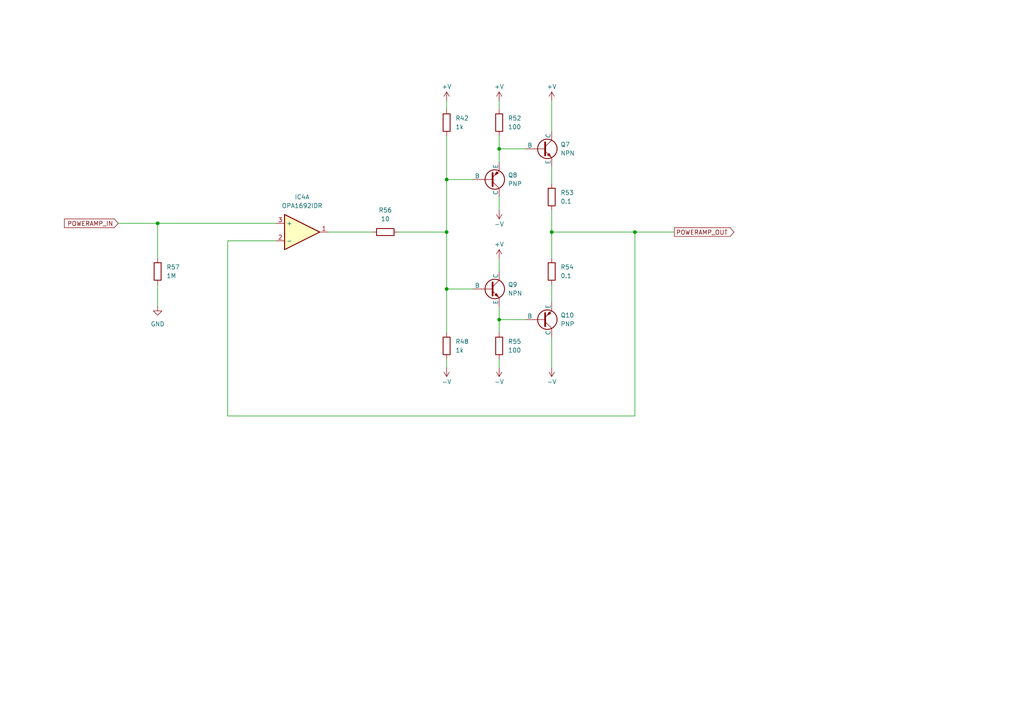
<source format=kicad_sch>
(kicad_sch (version 20231120) (generator "eeschema") (generator_version "8.0")
  (paper "A4")
  (title_block (title "Power stage"))
  (lib_symbols
    (symbol "Device:R" (pin_numbers hide) (pin_names (offset 0))
      (property "Reference" "R" (at 2.032 0 90))
      (property "Value" "R" (at 0 0 90))
      (symbol "R_0_1"
        (rectangle (start -1.016 -2.54) (end 1.016 2.54) (stroke (width 0.254)))
      )
      (symbol "R_1_1"
        (pin passive line (at 0 3.81 270) (length 1.27) (name "~") (number "1"))
        (pin passive line (at 0 -3.81 90) (length 1.27) (name "~") (number "2"))
      )
    )
    (symbol "SamacSys_Parts:OPA1692IDR"
      (property "Reference" "IC" (at 24.13 7.62 0))
      (property "Value" "OPA1692IDR" (at 24.13 5.08 0))
      (symbol "OPA1692IDR_1_1"
        (polyline (pts (xy -2.54 5.08) (xy 7.62 0) (xy -2.54 -5.08) (xy -2.54 5.08)) (stroke (width 0.254)) (fill (type background)))
        (polyline (pts (xy -2.54 5.08) (xy 7.62 0) (xy -2.54 -5.08) (xy -2.54 5.08)) (stroke (width 0.254)) (fill (type background)))
        (pin output line (at 10.16 0 180) (length 2.54) (name "~") (number "1"))
        (pin input line (at -5.08 -2.54 0) (length 2.54) (name "-") (number "2"))
        (pin input line (at -5.08 2.54 0) (length 2.54) (name "+") (number "3"))
      )
      (symbol "OPA1692IDR_2_1"
        (polyline (pts (xy -2.54 5.08) (xy 7.62 0) (xy -2.54 -5.08) (xy -2.54 5.08)) (stroke (width 0.254)) (fill (type background)))
        (polyline (pts (xy -2.54 5.08) (xy 7.62 0) (xy -2.54 -5.08) (xy -2.54 5.08)) (stroke (width 0.254)) (fill (type background)))
        (pin input line (at -5.08 2.54 0) (length 2.54) (name "+") (number "5"))
        (pin input line (at -5.08 -2.54 0) (length 2.54) (name "-") (number "6"))
        (pin output line (at 10.16 0 180) (length 2.54) (name "~") (number "7"))
      )
      (symbol "OPA1692IDR_3_1"
        (polyline (pts (xy -2.54 5.08) (xy 7.62 0) (xy -2.54 -5.08) (xy -2.54 5.08)) (stroke (width 0.254)) (fill (type background)))
        (polyline (pts (xy -2.54 5.08) (xy 7.62 0) (xy -2.54 -5.08) (xy -2.54 5.08)) (stroke (width 0.254)) (fill (type background)))
        (pin power_in line (at 0 -7.62 90) (length 3.81) (name "V-") (number "4"))
        (pin power_in line (at 0 7.62 270) (length 3.81) (name "V+") (number "8"))
      )
    )
    (symbol "Simulation_SPICE:NPN" (pin_numbers hide) (pin_names (offset 0))
      (property "Reference" "Q" (at -2.54 7.62 0))
      (property "Value" "NPN" (at -2.54 5.08 0))
      (symbol "NPN_0_1"
        (polyline (pts (xy -2.54 0) (xy 0.635 0)) (stroke (width 0.1524)))
        (polyline (pts (xy 0.635 0.635) (xy 2.54 2.54)))
        (polyline (pts (xy 2.794 -1.27) (xy 2.794 -1.27)) (stroke (width 0.1524)))
        (polyline (pts (xy 2.794 -1.27) (xy 2.794 -1.27)) (stroke (width 0.1524)))
        (polyline (pts (xy 0.635 -0.635) (xy 2.54 -2.54) (xy 2.54 -2.54)))
        (polyline (pts (xy 0.635 1.905) (xy 0.635 -1.905) (xy 0.635 -1.905)) (stroke (width 0.508)))
        (polyline (pts (xy 1.27 -1.778) (xy 1.778 -1.27) (xy 2.286 -2.286) (xy 1.27 -1.778) (xy 1.27 -1.778)) (fill (type outline)))
        (circle (center 1.27 0) (radius 2.8194) (stroke (width 0.254)))
      )
      (symbol "NPN_1_1"
        (pin open_collector line (at 2.54 5.08 270) (length 2.54) (name "C") (number "1"))
        (pin input line (at -5.08 0 0) (length 2.54) (name "B") (number "2"))
        (pin open_emitter line (at 2.54 -5.08 90) (length 2.54) (name "E") (number "3"))
      )
    )
    (symbol "Simulation_SPICE:PNP" (pin_numbers hide) (pin_names (offset 0))
      (property "Reference" "Q" (at -2.54 7.62 0))
      (property "Value" "PNP" (at -2.54 5.08 0))
      (symbol "PNP_0_1"
        (polyline (pts (xy -2.54 0) (xy 0.635 0)) (stroke (width 0.1524)))
        (polyline (pts (xy 0.635 0.635) (xy 2.54 2.54)))
        (polyline (pts (xy 0.635 -0.635) (xy 2.54 -2.54) (xy 2.54 -2.54)))
        (polyline (pts (xy 0.635 1.905) (xy 0.635 -1.905) (xy 0.635 -1.905)) (stroke (width 0.508)))
        (polyline (pts (xy 2.286 -1.778) (xy 1.778 -2.286) (xy 1.27 -1.27) (xy 2.286 -1.778) (xy 2.286 -1.778)) (fill (type outline)))
        (circle (center 1.27 0) (radius 2.8194) (stroke (width 0.254)))
      )
      (symbol "PNP_1_1"
        (pin open_collector line (at 2.54 5.08 270) (length 2.54) (name "C") (number "1"))
        (pin input line (at -5.08 0 0) (length 2.54) (name "B") (number "2"))
        (pin open_emitter line (at 2.54 -5.08 90) (length 2.54) (name "E") (number "3"))
      )
    )
    (symbol "power:GND" (power) (pin_numbers hide) (pin_names (offset 0) hide)
      (property "Value" "GND" (at 0 -3.81 0))
      (symbol "GND_0_1"
        (polyline (pts (xy 0 0) (xy 0 -1.27) (xy 1.27 -1.27) (xy 0 -2.54) (xy -1.27 -1.27) (xy 0 -1.27)))
      )
      (symbol "GND_1_1"
        (pin power_in line (at 0 0 270) (length 0) (name "~") (number "1"))
      )
    )
    (symbol "power:VDD" (power) (pin_numbers hide) (pin_names (offset 0) hide)
      (property "Value" "VDD" (at 0 3.556 0))
      (symbol "VDD_0_1"
        (polyline (pts (xy -0.762 1.27) (xy 0 2.54)))
        (polyline (pts (xy 0 0) (xy 0 2.54)))
        (polyline (pts (xy 0 2.54) (xy 0.762 1.27)))
      )
      (symbol "VDD_1_1"
        (pin power_in line (at 0 0 90) (length 0) (name "~") (number "1"))
      )
    )
  )
  (junction (at 129.54 67.31))
  (junction (at 144.78 92.71))
  (junction (at 184.15 67.31))
  (junction (at 129.54 52.07))
  (junction (at 45.72 64.77))
  (junction (at 144.78 43.18))
  (junction (at 160.02 67.31))
  (junction (at 129.54 83.82))
  (wire (pts (xy 66.04 69.85) (xy 66.04 120.65)))
  (wire (pts (xy 45.72 64.77) (xy 45.72 74.93)))
  (wire (pts (xy 144.78 104.14) (xy 144.78 106.68)))
  (wire (pts (xy 160.02 29.21) (xy 160.02 38.1)))
  (wire (pts (xy 45.72 64.77) (xy 80.01 64.77)))
  (wire (pts (xy 129.54 52.07) (xy 137.16 52.07)))
  (wire (pts (xy 129.54 67.31) (xy 129.54 83.82)))
  (wire (pts (xy 129.54 52.07) (xy 129.54 67.31)))
  (wire (pts (xy 144.78 92.71) (xy 152.4 92.71)))
  (wire (pts (xy 144.78 88.9) (xy 144.78 92.71)))
  (wire (pts (xy 160.02 82.55) (xy 160.02 87.63)))
  (wire (pts (xy 160.02 97.79) (xy 160.02 106.68)))
  (wire (pts (xy 144.78 74.93) (xy 144.78 78.74)))
  (wire (pts (xy 160.02 48.26) (xy 160.02 53.34)))
  (wire (pts (xy 160.02 67.31) (xy 160.02 74.93)))
  (wire (pts (xy 115.57 67.31) (xy 129.54 67.31)))
  (wire (pts (xy 80.01 69.85) (xy 66.04 69.85)))
  (wire (pts (xy 129.54 39.37) (xy 129.54 52.07)))
  (wire (pts (xy 129.54 83.82) (xy 137.16 83.82)))
  (wire (pts (xy 45.72 82.55) (xy 45.72 88.9)))
  (wire (pts (xy 144.78 43.18) (xy 152.4 43.18)))
  (wire (pts (xy 184.15 67.31) (xy 195.58 67.31)))
  (wire (pts (xy 129.54 104.14) (xy 129.54 106.68)))
  (wire (pts (xy 144.78 39.37) (xy 144.78 43.18)))
  (wire (pts (xy 144.78 46.99) (xy 144.78 43.18)))
  (wire (pts (xy 184.15 120.65) (xy 184.15 67.31)))
  (wire (pts (xy 34.29 64.77) (xy 45.72 64.77)))
  (wire (pts (xy 144.78 29.21) (xy 144.78 31.75)))
  (wire (pts (xy 160.02 67.31) (xy 184.15 67.31)))
  (wire (pts (xy 66.04 120.65) (xy 184.15 120.65)))
  (wire (pts (xy 160.02 60.96) (xy 160.02 67.31)))
  (wire (pts (xy 144.78 92.71) (xy 144.78 96.52)))
  (wire (pts (xy 129.54 29.21) (xy 129.54 31.75)))
  (wire (pts (xy 95.25 67.31) (xy 107.95 67.31)))
  (wire (pts (xy 129.54 83.82) (xy 129.54 96.52)))
  (wire (pts (xy 144.78 57.15) (xy 144.78 60.96)))
  (global_label "POWERAMP_OUT" (shape output) (at 195.58 67.31 0) (property "Intersheetrefs" "${INTERSHEET_REFS}" (effects (hide yes))))
  (global_label "POWERAMP_IN" (shape input) (at 34.29 64.77 180) (property "Intersheetrefs" "${INTERSHEET_REFS}" (effects (hide yes))))
  (symbol (lib_id "SamacSys_Parts:OPA1692IDR") (at 85.09 67.31 0) (unit 1)
    (property "Reference" "IC4" (at 87.63 57.15 0))
    (property "Value" "OPA1692IDR" (at 87.63 59.69 0))
    (property "Footprint" "SOIC127P600X175-8N" (effects (hide yes)))
    (property "Datasheet" "http://www.ti.com/lit/gpn/opa1692" (effects (hide yes)))
    (property "Description" "SoundPlus Low-Power, Low-Noise, High-Performance Dual Bipolar-Input Audio Op Amp " (effects (hide yes)))
    (property "Height" "1.75" (effects (hide yes)))
    (property "Manufacturer_Name" "Texas Instruments" (effects (hide yes)))
    (property "Manufacturer_Part_Number" "OPA1692IDR" (effects (hide yes)))
    (property "Mouser Part Number" "595-OPA1692IDR" (effects (hide yes)))
    (property "Mouser Price/Stock" "https://www.mouser.co.uk/ProductDetail/Texas-Instruments/OPA1692IDR/?qs=byeeYqUIh0MXwWoRpZJtCA%3D%3D" (effects (hide yes)))
    (property "Arrow Part Number" "OPA1692IDR" (effects (hide yes)))
    (property "Arrow Price/Stock" "https://www.arrow.com/en/products/opa1692idr/texas-instruments" (effects (hide yes)))
  )
  (symbol (lib_id "Device:R") (at 129.54 100.33 0) (unit 1)
    (property "Reference" "R48" (at 132.08 99.0599 0) (effects (justify left)))
    (property "Value" "1k" (at 132.08 101.5999 0) (effects (justify left)))
    (property "Description" "Resistor" (effects (hide yes)))
  )
  (symbol (lib_id "power:VDD") (at 144.78 29.21 0) (unit 1)
    (property "Reference" "#PWR044" (effects (hide yes)))
    (property "Value" "+V" (at 144.78 25.146 0))
    (property "Description" "Power symbol creates a global label with name \"VDD\"" (effects (hide yes)))
  )
  (symbol (lib_id "Simulation_SPICE:PNP") (at 142.24 52.07 0) (mirror x) (unit 1)
    (property "Reference" "Q8" (at 147.32 50.7999 0) (effects (justify left)))
    (property "Value" "PNP" (at 147.32 53.3399 0) (effects (justify left)))
    (property "Datasheet" "https://ngspice.sourceforge.io/docs/ngspice-html-manual/manual.xhtml#cha_BJTs" (effects (hide yes)))
    (property "Description" "Bipolar transistor symbol for simulation only, substrate tied to the emitter" (effects (hide yes)))
    (property "Sim.Device" "PNP" (effects (hide yes)))
    (property "Sim.Type" "GUMMELPOON" (effects (hide yes)))
    (property "Sim.Pins" "1=C 2=B 3=E" (effects (hide yes)))
  )
  (symbol (lib_id "Device:R") (at 129.54 35.56 0) (unit 1)
    (property "Reference" "R42" (at 132.08 34.2899 0) (effects (justify left)))
    (property "Value" "1k" (at 132.08 36.8299 0) (effects (justify left)))
    (property "Description" "Resistor" (effects (hide yes)))
  )
  (symbol (lib_id "Device:R") (at 111.76 67.31 90) (unit 1)
    (property "Reference" "R56" (at 111.76 60.96 90))
    (property "Value" "10" (at 111.76 63.5 90))
    (property "Description" "Resistor" (effects (hide yes)))
  )
  (symbol (lib_id "Device:R") (at 160.02 78.74 0) (unit 1)
    (property "Reference" "R54" (at 162.56 77.4699 0) (effects (justify left)))
    (property "Value" "0.1" (at 162.56 80.0099 0) (effects (justify left)))
    (property "Description" "Resistor" (effects (hide yes)))
  )
  (symbol (lib_id "Device:R") (at 144.78 35.56 0) (unit 1)
    (property "Reference" "R52" (at 147.32 34.2899 0) (effects (justify left)))
    (property "Value" "100" (at 147.32 36.8299 0) (effects (justify left)))
    (property "Description" "Resistor" (effects (hide yes)))
  )
  (symbol (lib_id "power:VDD") (at 160.02 106.68 180) (unit 1)
    (property "Reference" "#PWR049" (effects (hide yes)))
    (property "Value" "-V" (at 160.02 110.744 0))
    (property "Description" "Power symbol creates a global label with name \"VDD\"" (effects (hide yes)))
  )
  (symbol (lib_id "Simulation_SPICE:NPN") (at 142.24 83.82 0) (unit 1)
    (property "Reference" "Q9" (at 147.32 82.5499 0) (effects (justify left)))
    (property "Value" "NPN" (at 147.32 85.0899 0) (effects (justify left)))
    (property "Datasheet" "https://ngspice.sourceforge.io/docs/ngspice-html-manual/manual.xhtml#cha_BJTs" (effects (hide yes)))
    (property "Description" "Bipolar transistor symbol for simulation only, substrate tied to the emitter" (effects (hide yes)))
    (property "Sim.Device" "NPN" (effects (hide yes)))
    (property "Sim.Type" "GUMMELPOON" (effects (hide yes)))
    (property "Sim.Pins" "1=C 2=B 3=E" (effects (hide yes)))
  )
  (symbol (lib_id "power:VDD") (at 160.02 29.21 0) (unit 1)
    (property "Reference" "#PWR045" (effects (hide yes)))
    (property "Value" "+V" (at 160.02 25.146 0))
    (property "Description" "Power symbol creates a global label with name \"VDD\"" (effects (hide yes)))
  )
  (symbol (lib_id "power:VDD") (at 144.78 106.68 180) (unit 1)
    (property "Reference" "#PWR048" (effects (hide yes)))
    (property "Value" "-V" (at 144.78 110.744 0))
    (property "Description" "Power symbol creates a global label with name \"VDD\"" (effects (hide yes)))
  )
  (symbol (lib_id "power:VDD") (at 129.54 106.68 180) (unit 1)
    (property "Reference" "#PWR032" (effects (hide yes)))
    (property "Value" "-V" (at 129.54 110.744 0))
    (property "Description" "Power symbol creates a global label with name \"VDD\"" (effects (hide yes)))
  )
  (symbol (lib_id "power:GND") (at 45.72 88.9 0) (unit 1)
    (property "Reference" "#PWR033" (effects (hide yes)))
    (property "Value" "GND" (at 45.72 93.98 0))
    (property "Description" "Power symbol creates a global label with name \"GND\" , ground" (effects (hide yes)))
  )
  (symbol (lib_id "power:VDD") (at 144.78 60.96 180) (unit 1)
    (property "Reference" "#PWR046" (effects (hide yes)))
    (property "Value" "-V" (at 144.78 65.024 0))
    (property "Description" "Power symbol creates a global label with name \"VDD\"" (effects (hide yes)))
  )
  (symbol (lib_id "Device:R") (at 160.02 57.15 0) (unit 1)
    (property "Reference" "R53" (at 162.56 55.8799 0) (effects (justify left)))
    (property "Value" "0.1" (at 162.56 58.4199 0) (effects (justify left)))
    (property "Description" "Resistor" (effects (hide yes)))
  )
  (symbol (lib_id "Simulation_SPICE:NPN") (at 157.48 43.18 0) (unit 1)
    (property "Reference" "Q7" (at 162.56 41.9099 0) (effects (justify left)))
    (property "Value" "NPN" (at 162.56 44.4499 0) (effects (justify left)))
    (property "Datasheet" "https://ngspice.sourceforge.io/docs/ngspice-html-manual/manual.xhtml#cha_BJTs" (effects (hide yes)))
    (property "Description" "Bipolar transistor symbol for simulation only, substrate tied to the emitter" (effects (hide yes)))
    (property "Sim.Device" "NPN" (effects (hide yes)))
    (property "Sim.Type" "GUMMELPOON" (effects (hide yes)))
    (property "Sim.Pins" "1=C 2=B 3=E" (effects (hide yes)))
  )
  (symbol (lib_id "Simulation_SPICE:PNP") (at 157.48 92.71 0) (mirror x) (unit 1)
    (property "Reference" "Q10" (at 162.56 91.4399 0) (effects (justify left)))
    (property "Value" "PNP" (at 162.56 93.9799 0) (effects (justify left)))
    (property "Datasheet" "https://ngspice.sourceforge.io/docs/ngspice-html-manual/manual.xhtml#cha_BJTs" (effects (hide yes)))
    (property "Description" "Bipolar transistor symbol for simulation only, substrate tied to the emitter" (effects (hide yes)))
    (property "Sim.Device" "PNP" (effects (hide yes)))
    (property "Sim.Type" "GUMMELPOON" (effects (hide yes)))
    (property "Sim.Pins" "1=C 2=B 3=E" (effects (hide yes)))
  )
  (symbol (lib_id "power:VDD") (at 144.78 74.93 0) (unit 1)
    (property "Reference" "#PWR047" (effects (hide yes)))
    (property "Value" "+V" (at 144.78 70.866 0))
    (property "Description" "Power symbol creates a global label with name \"VDD\"" (effects (hide yes)))
  )
  (symbol (lib_id "Device:R") (at 144.78 100.33 0) (unit 1)
    (property "Reference" "R55" (at 147.32 99.0599 0) (effects (justify left)))
    (property "Value" "100" (at 147.32 101.5999 0) (effects (justify left)))
    (property "Description" "Resistor" (effects (hide yes)))
  )
  (symbol (lib_id "power:VDD") (at 129.54 29.21 0) (unit 1)
    (property "Reference" "#PWR029" (effects (hide yes)))
    (property "Value" "+V" (at 129.54 25.146 0))
    (property "Description" "Power symbol creates a global label with name \"VDD\"" (effects (hide yes)))
  )
  (symbol (lib_id "Device:R") (at 45.72 78.74 0) (unit 1)
    (property "Reference" "R57" (at 48.26 77.4699 0) (effects (justify left)))
    (property "Value" "1M" (at 48.26 80.0099 0) (effects (justify left)))
    (property "Description" "Resistor" (effects (hide yes)))
  )
)
</source>
